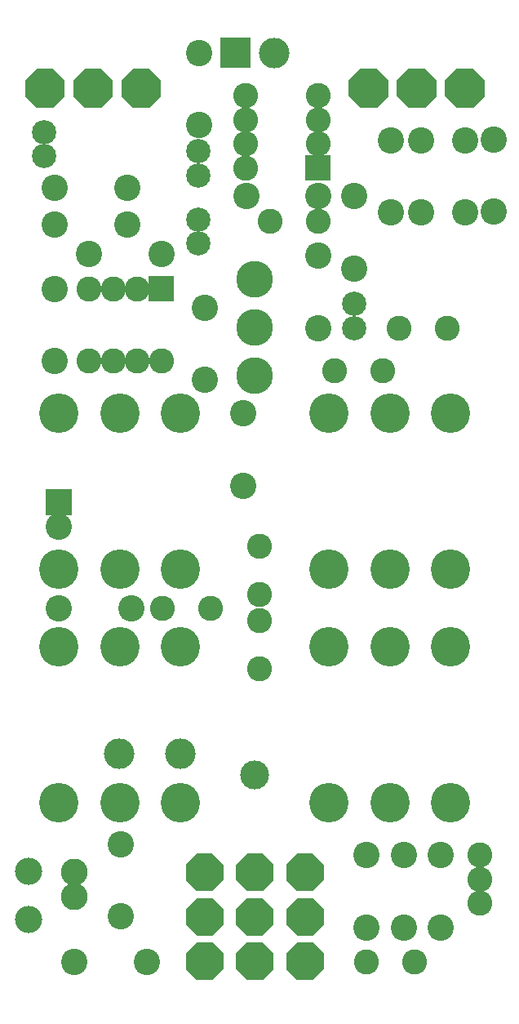
<source format=gbr>
%FSLAX34Y34*%
%MOMM*%
%LNSOLDERMASK_BOTTOM*%
G71*
G01*
%ADD10C, 4.090*%
%ADD11C, 2.800*%
%ADD12C, 2.740*%
%ADD13C, 2.600*%
%ADD14C, 2.820*%
%ADD15C, 3.800*%
%ADD16C, 2.520*%
%ADD17C, 3.160*%
%ADD18C, 3.160*%
%ADD19C, 3.000*%
%LPD*%
X426200Y-735950D02*
G54D10*
D03*
X363200Y-735950D02*
G54D10*
D03*
X300200Y-735950D02*
G54D10*
D03*
X300200Y-573950D02*
G54D10*
D03*
X363200Y-573950D02*
G54D10*
D03*
X426200Y-573950D02*
G54D10*
D03*
G36*
X203700Y-845858D02*
X215108Y-834450D01*
X231292Y-834450D01*
X242700Y-845858D01*
X242700Y-862042D01*
X231292Y-873450D01*
X215108Y-873450D01*
X203700Y-862042D01*
X203700Y-845858D01*
G37*
G36*
X151700Y-845858D02*
X163108Y-834450D01*
X179292Y-834450D01*
X190700Y-845858D01*
X190700Y-862042D01*
X179292Y-873450D01*
X163108Y-873450D01*
X151700Y-862042D01*
X151700Y-845858D01*
G37*
G36*
X255700Y-845858D02*
X267108Y-834450D01*
X283292Y-834450D01*
X294700Y-845858D01*
X294700Y-862042D01*
X283292Y-873450D01*
X267108Y-873450D01*
X255700Y-862042D01*
X255700Y-845858D01*
G37*
G36*
X255700Y-891858D02*
X267108Y-880450D01*
X283292Y-880450D01*
X294700Y-891858D01*
X294700Y-908042D01*
X283292Y-919450D01*
X267108Y-919450D01*
X255700Y-908042D01*
X255700Y-891858D01*
G37*
G36*
X203700Y-891858D02*
X215108Y-880450D01*
X231292Y-880450D01*
X242700Y-891858D01*
X242700Y-908042D01*
X231292Y-919450D01*
X215108Y-919450D01*
X203700Y-908042D01*
X203700Y-891858D01*
G37*
G36*
X151700Y-891858D02*
X163108Y-880450D01*
X179292Y-880450D01*
X190700Y-891858D01*
X190700Y-908042D01*
X179292Y-919450D01*
X163108Y-919450D01*
X151700Y-908042D01*
X151700Y-891858D01*
G37*
G36*
X255700Y-799858D02*
X267108Y-788450D01*
X283292Y-788450D01*
X294700Y-799858D01*
X294700Y-816042D01*
X283292Y-827450D01*
X267108Y-827450D01*
X255700Y-816042D01*
X255700Y-799858D01*
G37*
G36*
X203700Y-799858D02*
X215108Y-788450D01*
X231292Y-788450D01*
X242700Y-799858D01*
X242700Y-816042D01*
X231292Y-827450D01*
X215108Y-827450D01*
X203700Y-816042D01*
X203700Y-799858D01*
G37*
G36*
X151700Y-799858D02*
X163108Y-788450D01*
X179292Y-788450D01*
X190700Y-799858D01*
X190700Y-816042D01*
X179292Y-827450D01*
X163108Y-827450D01*
X151700Y-816042D01*
X151700Y-799858D01*
G37*
X20200Y-573950D02*
G54D10*
D03*
X83200Y-573950D02*
G54D10*
D03*
X146200Y-573950D02*
G54D10*
D03*
X146200Y-735950D02*
G54D10*
D03*
X83200Y-735950D02*
G54D10*
D03*
X20200Y-735950D02*
G54D10*
D03*
X426200Y-493950D02*
G54D10*
D03*
X363200Y-493950D02*
G54D10*
D03*
X300200Y-493950D02*
G54D10*
D03*
X300200Y-331950D02*
G54D10*
D03*
X363200Y-331950D02*
G54D10*
D03*
X426200Y-331950D02*
G54D10*
D03*
X20200Y-331950D02*
G54D10*
D03*
X83200Y-331950D02*
G54D10*
D03*
X146200Y-331950D02*
G54D10*
D03*
X146200Y-493950D02*
G54D10*
D03*
X83200Y-493950D02*
G54D10*
D03*
X20200Y-493950D02*
G54D10*
D03*
X36200Y-832950D02*
G54D11*
D03*
X36200Y-807550D02*
G54D11*
D03*
X35900Y-900950D02*
G54D12*
D03*
X110900Y-900950D02*
G54D12*
D03*
X35900Y-900950D02*
G54D12*
D03*
X110900Y-900950D02*
G54D12*
D03*
X456700Y-789950D02*
G54D13*
D03*
X456700Y-839950D02*
G54D13*
D03*
X456700Y-814950D02*
G54D13*
D03*
X339200Y-900950D02*
G54D13*
D03*
X389200Y-900950D02*
G54D13*
D03*
X339200Y-789950D02*
G54D12*
D03*
X339200Y-864950D02*
G54D12*
D03*
X339200Y-789950D02*
G54D12*
D03*
X339200Y-864950D02*
G54D12*
D03*
X83800Y-778650D02*
G54D12*
D03*
X83800Y-853650D02*
G54D12*
D03*
X83800Y-778650D02*
G54D12*
D03*
X83800Y-853650D02*
G54D12*
D03*
X177200Y-533950D02*
G54D13*
D03*
X127200Y-533950D02*
G54D13*
D03*
X20200Y-533950D02*
G54D12*
D03*
X95200Y-533950D02*
G54D12*
D03*
X20200Y-533950D02*
G54D12*
D03*
X95200Y-533950D02*
G54D12*
D03*
X238973Y-133150D02*
G54D13*
D03*
X288973Y-133150D02*
G54D13*
D03*
G36*
X13708Y25550D02*
X25700Y13558D01*
X25700Y-3458D01*
X13708Y-15450D01*
X-3308Y-15450D01*
X-15300Y-3458D01*
X-15300Y13558D01*
X-3308Y25550D01*
X13708Y25550D01*
G37*
G36*
X63708Y25550D02*
X75700Y13558D01*
X75700Y-3458D01*
X63708Y-15450D01*
X46692Y-15450D01*
X34700Y-3458D01*
X34700Y13558D01*
X46692Y25550D01*
X63708Y25550D01*
G37*
G36*
X113708Y25550D02*
X125700Y13558D01*
X125700Y-3458D01*
X113708Y-15450D01*
X96692Y-15450D01*
X84700Y-3458D01*
X84700Y13558D01*
X96692Y25550D01*
X113708Y25550D01*
G37*
G36*
X349708Y25550D02*
X361700Y13558D01*
X361700Y-3458D01*
X349708Y-15450D01*
X332692Y-15450D01*
X320700Y-3458D01*
X320700Y13558D01*
X332692Y25550D01*
X349708Y25550D01*
G37*
G36*
X399708Y25550D02*
X411700Y13558D01*
X411700Y-3458D01*
X399708Y-15450D01*
X382692Y-15450D01*
X370700Y-3458D01*
X370700Y13558D01*
X382692Y25550D01*
X399708Y25550D01*
G37*
G36*
X449708Y25550D02*
X461700Y13558D01*
X461700Y-3458D01*
X449708Y-15450D01*
X432692Y-15450D01*
X420700Y-3458D01*
X420700Y13558D01*
X432692Y25550D01*
X449708Y25550D01*
G37*
X471200Y-47950D02*
G54D12*
D03*
X471200Y-122950D02*
G54D12*
D03*
X471200Y-47950D02*
G54D12*
D03*
X471200Y-122950D02*
G54D12*
D03*
X101200Y-202950D02*
G54D13*
D03*
X101200Y-277950D02*
G54D13*
D03*
X76200Y-277950D02*
G54D13*
D03*
X51200Y-277950D02*
G54D13*
D03*
X126200Y-277950D02*
G54D13*
D03*
X76200Y-202950D02*
G54D13*
D03*
X51200Y-202950D02*
G54D13*
D03*
G36*
X113200Y-215950D02*
X113200Y-189950D01*
X139200Y-189950D01*
X139200Y-215950D01*
X113200Y-215950D01*
G37*
X15200Y-277950D02*
G54D12*
D03*
X15200Y-202950D02*
G54D12*
D03*
X15200Y-277950D02*
G54D12*
D03*
X15200Y-202950D02*
G54D12*
D03*
X51541Y-166491D02*
G54D12*
D03*
X126541Y-166491D02*
G54D12*
D03*
X51541Y-166491D02*
G54D12*
D03*
X126541Y-166491D02*
G54D12*
D03*
X-11800Y-806950D02*
G54D14*
D03*
X-11800Y-856950D02*
G54D14*
D03*
X171300Y-297550D02*
G54D12*
D03*
X171300Y-222550D02*
G54D12*
D03*
X171300Y-297550D02*
G54D12*
D03*
X171300Y-222550D02*
G54D12*
D03*
X223200Y-242950D02*
G54D15*
D03*
X223200Y-192950D02*
G54D15*
D03*
X223200Y-292950D02*
G54D15*
D03*
X211200Y-406950D02*
G54D12*
D03*
X211200Y-331950D02*
G54D12*
D03*
X211200Y-406950D02*
G54D12*
D03*
X211200Y-331950D02*
G54D12*
D03*
X355708Y-288021D02*
G54D13*
D03*
X305708Y-288021D02*
G54D13*
D03*
X214200Y-106950D02*
G54D12*
D03*
X289200Y-106950D02*
G54D12*
D03*
X214200Y-106950D02*
G54D12*
D03*
X289200Y-106950D02*
G54D12*
D03*
X228200Y-469950D02*
G54D13*
D03*
X228200Y-519950D02*
G54D13*
D03*
X378200Y-789950D02*
G54D12*
D03*
X378200Y-864950D02*
G54D12*
D03*
X378200Y-789950D02*
G54D12*
D03*
X378200Y-864950D02*
G54D12*
D03*
X441200Y-48950D02*
G54D12*
D03*
X441200Y-123950D02*
G54D12*
D03*
X441200Y-48950D02*
G54D12*
D03*
X441200Y-123950D02*
G54D12*
D03*
X396000Y-48950D02*
G54D12*
D03*
X396000Y-123950D02*
G54D12*
D03*
X396000Y-48950D02*
G54D12*
D03*
X396000Y-123950D02*
G54D12*
D03*
X364700Y-48950D02*
G54D12*
D03*
X364700Y-123950D02*
G54D12*
D03*
X364700Y-48950D02*
G54D12*
D03*
X364700Y-123950D02*
G54D12*
D03*
X373041Y-243479D02*
G54D13*
D03*
X423041Y-243479D02*
G54D13*
D03*
X15800Y-136550D02*
G54D12*
D03*
X90800Y-136550D02*
G54D12*
D03*
X15800Y-136550D02*
G54D12*
D03*
X90800Y-136550D02*
G54D12*
D03*
X15800Y-98550D02*
G54D12*
D03*
X90800Y-98550D02*
G54D12*
D03*
X15800Y-98550D02*
G54D12*
D03*
X90800Y-98550D02*
G54D12*
D03*
X4900Y-40450D02*
G54D16*
D03*
X4900Y-65450D02*
G54D16*
D03*
X164810Y-155930D02*
G54D16*
D03*
X164810Y-130930D02*
G54D16*
D03*
X288843Y-52672D02*
G54D13*
D03*
X213843Y-52672D02*
G54D13*
D03*
X213843Y-27672D02*
G54D13*
D03*
X213843Y-2672D02*
G54D13*
D03*
X213843Y-77672D02*
G54D13*
D03*
X288843Y-27672D02*
G54D13*
D03*
X288843Y-2672D02*
G54D13*
D03*
G36*
X275843Y-64672D02*
X301843Y-64672D01*
X301843Y-90672D01*
X275843Y-90672D01*
X275843Y-64672D01*
G37*
X416200Y-865150D02*
G54D12*
D03*
X416200Y-790150D02*
G54D12*
D03*
X416200Y-865150D02*
G54D12*
D03*
X416200Y-790150D02*
G54D12*
D03*
X228200Y-546950D02*
G54D13*
D03*
X228200Y-596950D02*
G54D13*
D03*
X326200Y-106950D02*
G54D12*
D03*
X326200Y-181950D02*
G54D12*
D03*
X326200Y-106950D02*
G54D12*
D03*
X326200Y-181950D02*
G54D12*
D03*
X288741Y-168608D02*
G54D12*
D03*
X288741Y-243608D02*
G54D12*
D03*
X288741Y-168608D02*
G54D12*
D03*
X288741Y-243608D02*
G54D12*
D03*
X326200Y-218850D02*
G54D16*
D03*
X326200Y-243850D02*
G54D16*
D03*
X164849Y-85499D02*
G54D16*
D03*
X164849Y-60499D02*
G54D16*
D03*
X165041Y41691D02*
G54D12*
D03*
X165041Y-33309D02*
G54D12*
D03*
X165041Y41691D02*
G54D12*
D03*
X165041Y-33309D02*
G54D12*
D03*
G36*
X187400Y57650D02*
X219000Y57650D01*
X219000Y26050D01*
X187400Y26050D01*
X187400Y57650D01*
G37*
X243200Y41850D02*
G54D17*
D03*
X146300Y-685050D02*
G54D18*
D03*
X82900Y-685050D02*
G54D18*
D03*
X223400Y-707150D02*
G54D19*
D03*
G36*
X33700Y-438050D02*
X6300Y-438050D01*
X6300Y-410650D01*
X33700Y-410650D01*
X33700Y-438050D01*
G37*
X20000Y-449350D02*
G54D12*
D03*
M02*

</source>
